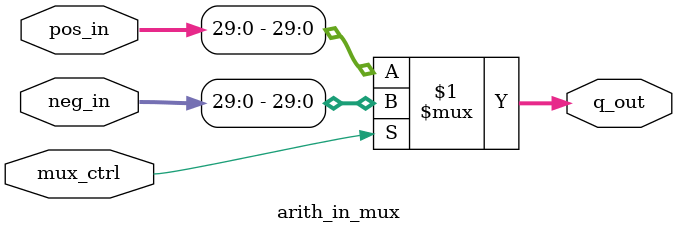
<source format=v>
module arith_in_mux (pos_in, neg_in, q_out, mux_ctrl);
// signals for connecting to the Avalon fabric

parameter WIDTH = 30;
input mux_ctrl;
input [31:0] pos_in, neg_in;
output [WIDTH-1:0] q_out;


assign q_out = mux_ctrl ? neg_in[WIDTH-1:0] : pos_in[WIDTH-1:0];

endmodule
</source>
